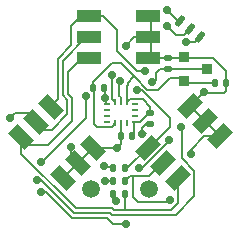
<source format=gbr>
%TF.GenerationSoftware,KiCad,Pcbnew,8.0.1*%
%TF.CreationDate,2024-07-23T23:42:04-04:00*%
%TF.ProjectId,PartyTorch-PCB,50617274-7954-46f7-9263-682d5043422e,rev?*%
%TF.SameCoordinates,Original*%
%TF.FileFunction,Copper,L1,Top*%
%TF.FilePolarity,Positive*%
%FSLAX46Y46*%
G04 Gerber Fmt 4.6, Leading zero omitted, Abs format (unit mm)*
G04 Created by KiCad (PCBNEW 8.0.1) date 2024-07-23 23:42:04*
%MOMM*%
%LPD*%
G01*
G04 APERTURE LIST*
G04 Aperture macros list*
%AMRoundRect*
0 Rectangle with rounded corners*
0 $1 Rounding radius*
0 $2 $3 $4 $5 $6 $7 $8 $9 X,Y pos of 4 corners*
0 Add a 4 corners polygon primitive as box body*
4,1,4,$2,$3,$4,$5,$6,$7,$8,$9,$2,$3,0*
0 Add four circle primitives for the rounded corners*
1,1,$1+$1,$2,$3*
1,1,$1+$1,$4,$5*
1,1,$1+$1,$6,$7*
1,1,$1+$1,$8,$9*
0 Add four rect primitives between the rounded corners*
20,1,$1+$1,$2,$3,$4,$5,0*
20,1,$1+$1,$4,$5,$6,$7,0*
20,1,$1+$1,$6,$7,$8,$9,0*
20,1,$1+$1,$8,$9,$2,$3,0*%
%AMRotRect*
0 Rectangle, with rotation*
0 The origin of the aperture is its center*
0 $1 length*
0 $2 width*
0 $3 Rotation angle, in degrees counterclockwise*
0 Add horizontal line*
21,1,$1,$2,0,0,$3*%
G04 Aperture macros list end*
%TA.AperFunction,SMDPad,CuDef*%
%ADD10RotRect,2.000000X1.100000X315.000000*%
%TD*%
%TA.AperFunction,SMDPad,CuDef*%
%ADD11RoundRect,0.135000X-0.135000X-0.185000X0.135000X-0.185000X0.135000X0.185000X-0.135000X0.185000X0*%
%TD*%
%TA.AperFunction,SMDPad,CuDef*%
%ADD12R,2.000000X1.100000*%
%TD*%
%TA.AperFunction,SMDPad,CuDef*%
%ADD13R,0.889000X0.812800*%
%TD*%
%TA.AperFunction,SMDPad,CuDef*%
%ADD14RoundRect,0.140000X0.140000X0.170000X-0.140000X0.170000X-0.140000X-0.170000X0.140000X-0.170000X0*%
%TD*%
%TA.AperFunction,SMDPad,CuDef*%
%ADD15R,0.475000X0.250000*%
%TD*%
%TA.AperFunction,SMDPad,CuDef*%
%ADD16R,0.250000X0.475000*%
%TD*%
%TA.AperFunction,SMDPad,CuDef*%
%ADD17RoundRect,0.140000X-0.170000X0.140000X-0.170000X-0.140000X0.170000X-0.140000X0.170000X0.140000X0*%
%TD*%
%TA.AperFunction,SMDPad,CuDef*%
%ADD18RoundRect,0.125000X-0.138852X-0.370095X0.333138X0.212765X0.138852X0.370095X-0.333138X-0.212765X0*%
%TD*%
%TA.AperFunction,SMDPad,CuDef*%
%ADD19RotRect,2.000000X1.100000X45.000000*%
%TD*%
%TA.AperFunction,SMDPad,CuDef*%
%ADD20RoundRect,0.140000X-0.140000X-0.170000X0.140000X-0.170000X0.140000X0.170000X-0.140000X0.170000X0*%
%TD*%
%TA.AperFunction,ComponentPad*%
%ADD21C,1.500000*%
%TD*%
%TA.AperFunction,ViaPad*%
%ADD22C,0.700000*%
%TD*%
%TA.AperFunction,Conductor*%
%ADD23C,0.200000*%
%TD*%
G04 APERTURE END LIST*
D10*
%TO.P,QLSP08RGB1,1,GND*%
%TO.N,GND*%
X120844975Y-114340560D03*
%TO.P,QLSP08RGB1,2,Blue*%
%TO.N,Blue*%
X117309441Y-110805026D03*
%TO.P,QLSP08RGB1,3,GND*%
%TO.N,GND*%
X122117767Y-113067768D03*
%TO.P,QLSP08RGB1,4,Green*%
%TO.N,Green*%
X118582233Y-109532234D03*
%TO.P,QLSP08RGB1,5,GND*%
%TO.N,GND*%
X123390560Y-111794975D03*
%TO.P,QLSP08RGB1,6,Red*%
%TO.N,Red*%
X119855026Y-108259441D03*
%TD*%
D11*
%TO.P,R4,1*%
%TO.N,Net-(U5-EMITTER)*%
X125090000Y-115690000D03*
%TO.P,R4,2*%
%TO.N,Blue*%
X126110000Y-115690000D03*
%TD*%
D12*
%TO.P,QLSP08RGB2,1,GND*%
%TO.N,GND*%
X128100000Y-104180000D03*
%TO.P,QLSP08RGB2,2,Blue*%
%TO.N,Blue*%
X123100000Y-104180000D03*
%TO.P,QLSP08RGB2,3,GND*%
%TO.N,GND*%
X128100000Y-102380000D03*
%TO.P,QLSP08RGB2,4,Green*%
%TO.N,Green*%
X123100000Y-102380000D03*
%TO.P,QLSP08RGB2,5,GND*%
%TO.N,GND*%
X128100000Y-100580000D03*
%TO.P,QLSP08RGB2,6,Red*%
%TO.N,Red*%
X123100000Y-100580000D03*
%TD*%
D11*
%TO.P,R2,1*%
%TO.N,Net-(U3-EMITTER)*%
X125080000Y-113490000D03*
%TO.P,R2,2*%
%TO.N,Red*%
X126100000Y-113490000D03*
%TD*%
D13*
%TO.P,U1,1,GND*%
%TO.N,GND*%
X131150001Y-104046502D03*
%TO.P,U1,2,VOUT*%
%TO.N,+3V3*%
X131150001Y-106096500D03*
%TO.P,U1,3,VIN*%
%TO.N,+5V*%
X133040000Y-105071501D03*
%TD*%
D14*
%TO.P,C3,1*%
%TO.N,+3V3*%
X126740000Y-110790000D03*
%TO.P,C3,2*%
%TO.N,GND*%
X125780000Y-110790000D03*
%TD*%
D15*
%TO.P,MT1,1,AP_SDO/AP_AD0*%
%TO.N,GND*%
X124607500Y-108030000D03*
%TO.P,MT1,2,RESV*%
%TO.N,unconnected-(MT1-RESV-Pad2)*%
X124607500Y-108530000D03*
%TO.P,MT1,3,RESV__1*%
%TO.N,unconnected-(MT1-RESV__1-Pad3)*%
X124607500Y-109030000D03*
%TO.P,MT1,4,INT1/INT*%
%TO.N,unconnected-(MT1-INT1{slash}INT-Pad4)*%
X124607500Y-109530000D03*
D16*
%TO.P,MT1,5,VDDIO*%
%TO.N,+3V3*%
X125270000Y-109692500D03*
%TO.P,MT1,6,GND*%
%TO.N,GND*%
X125770000Y-109692500D03*
%TO.P,MT1,7,FSYNC*%
%TO.N,unconnected-(MT1-FSYNC-Pad7)*%
X126270000Y-109692500D03*
D15*
%TO.P,MT1,8,VDD*%
%TO.N,+3V3*%
X126932500Y-109530000D03*
%TO.P,MT1,9,INT2*%
%TO.N,unconnected-(MT1-INT2-Pad9)*%
X126932500Y-109030000D03*
%TO.P,MT1,10,RESV__2*%
%TO.N,unconnected-(MT1-RESV__2-Pad10)*%
X126932500Y-108530000D03*
%TO.P,MT1,11,RESV__3*%
%TO.N,unconnected-(MT1-RESV__3-Pad11)*%
X126932500Y-108030000D03*
D16*
%TO.P,MT1,12,AP_CS*%
%TO.N,+3V3*%
X126270000Y-107867500D03*
%TO.P,MT1,13,AP_SCL/AP_SCLK*%
%TO.N,IMU_SCL*%
X125770000Y-107867500D03*
%TO.P,MT1,14,AP_SDA/AP_SDIO/AP_SDI*%
%TO.N,IMU_SDA*%
X125270000Y-107867500D03*
%TD*%
D17*
%TO.P,C6,1*%
%TO.N,GND*%
X129790000Y-104160000D03*
%TO.P,C6,2*%
%TO.N,+5V*%
X129790000Y-105120000D03*
%TD*%
D18*
%TO.P,U7,1,SCK*%
%TO.N,/microcontroller/ICSP_SCK*%
X132464860Y-102402252D03*
%TO.P,U7,2,MOSI*%
%TO.N,/microcontroller/ICSP_MOSI*%
X131610000Y-101710000D03*
%TO.P,U7,3,MISO*%
%TO.N,/microcontroller/ICSP_MISO*%
X130755138Y-101017746D03*
%TD*%
D19*
%TO.P,QLSP08RGB3,1,GND*%
%TO.N,GND*%
X134140560Y-110775026D03*
%TO.P,QLSP08RGB3,2,Blue*%
%TO.N,Blue*%
X130605026Y-114310560D03*
%TO.P,QLSP08RGB3,3,GND*%
%TO.N,GND*%
X132867768Y-109502234D03*
%TO.P,QLSP08RGB3,4,Green*%
%TO.N,Green*%
X129332234Y-113037768D03*
%TO.P,QLSP08RGB3,5,GND*%
%TO.N,GND*%
X131594975Y-108229441D03*
%TO.P,QLSP08RGB3,6,Red*%
%TO.N,Red*%
X128059441Y-111764975D03*
%TD*%
D20*
%TO.P,C7,1*%
%TO.N,+3V3*%
X133710000Y-106260000D03*
%TO.P,C7,2*%
%TO.N,GND*%
X134670000Y-106260000D03*
%TD*%
%TO.P,C5,1*%
%TO.N,+3V3*%
X123400000Y-106660000D03*
%TO.P,C5,2*%
%TO.N,GND*%
X124360000Y-106660000D03*
%TD*%
D11*
%TO.P,R3,1*%
%TO.N,Net-(U4-EMITTER)*%
X125090000Y-114590000D03*
%TO.P,R3,2*%
%TO.N,Green*%
X126110000Y-114590000D03*
%TD*%
D17*
%TO.P,C4,1*%
%TO.N,+3V3*%
X128270000Y-108780000D03*
%TO.P,C4,2*%
%TO.N,GND*%
X128270000Y-109740000D03*
%TD*%
D21*
%TO.P,Y1,1,1*%
%TO.N,/microcontroller/XTAL1*%
X128140000Y-115230000D03*
%TO.P,Y1,2,2*%
%TO.N,/microcontroller/XTAL2*%
X123260000Y-115230000D03*
%TD*%
D22*
%TO.N,GND*%
X131670000Y-112300000D03*
X121520000Y-111680000D03*
X125445025Y-111794975D03*
X127580000Y-110620000D03*
X124400000Y-107560000D03*
X132840000Y-107050000D03*
X126170000Y-103130000D03*
%TO.N,Net-(U3-EMITTER)*%
X124372380Y-113260000D03*
%TO.N,Net-(U4-EMITTER)*%
X124400000Y-114600000D03*
%TO.N,Net-(U5-EMITTER)*%
X127280000Y-113480000D03*
X125377598Y-116277598D03*
X129830000Y-111090000D03*
%TO.N,+5V*%
X128400000Y-106180000D03*
%TO.N,Red*%
X127809620Y-105290002D03*
X127147373Y-106880835D03*
%TO.N,IMU_SCL*%
X125714419Y-106123848D03*
%TO.N,IMU_SDA*%
X124990000Y-105560000D03*
%TO.N,Green*%
X116370000Y-109270000D03*
X119020000Y-115510000D03*
X126170000Y-118230000D03*
X129890000Y-116200000D03*
%TO.N,bluePin*%
X122829257Y-107370000D03*
X118660380Y-114509620D03*
X130900000Y-110010000D03*
X119050000Y-112935388D03*
%TO.N,/microcontroller/ICSP_MISO*%
X129680000Y-100050000D03*
%TO.N,/microcontroller/ICSP_MOSI*%
X129660000Y-101410000D03*
%TO.N,/microcontroller/ICSP_SCK*%
X131285548Y-102826645D03*
%TD*%
D23*
%TO.N,GND*%
X132890000Y-107100000D02*
X132840000Y-107050000D01*
X134290000Y-104870000D02*
X134670000Y-105250000D01*
X127659398Y-110540602D02*
X127859398Y-110540602D01*
X123390560Y-111794975D02*
X125445025Y-111794975D01*
X124400000Y-106700000D02*
X124360000Y-106660000D01*
X134670000Y-106940000D02*
X134510000Y-107100000D01*
X124400000Y-107822500D02*
X124607500Y-108030000D01*
X134290000Y-104870000D02*
X133610000Y-104190000D01*
X131660559Y-108229441D02*
X132840000Y-107050000D01*
X134670000Y-105250000D02*
X134670000Y-106260000D01*
X123390560Y-111794975D02*
X120844975Y-114340560D01*
X131670000Y-111920000D02*
X131670000Y-112300000D01*
X131594975Y-108229441D02*
X131660559Y-108229441D01*
X127580000Y-110620000D02*
X127580000Y-110100000D01*
X134670000Y-106260000D02*
X134670000Y-106940000D01*
X131594975Y-108229441D02*
X134140560Y-110775026D01*
X127580000Y-110100000D02*
X128020000Y-109660000D01*
X124400000Y-107560000D02*
X124400000Y-107822500D01*
X131594975Y-108229441D02*
X132030559Y-108229441D01*
X134140560Y-110775026D02*
X132814974Y-110775026D01*
X125780000Y-109702500D02*
X125770000Y-109692500D01*
X125790000Y-111450000D02*
X125790000Y-110810000D01*
X132814974Y-110775026D02*
X131670000Y-111920000D01*
X134140560Y-110775026D02*
X134140560Y-110849440D01*
X121520000Y-112470001D02*
X122117767Y-113067768D01*
X126920000Y-102380000D02*
X126170000Y-103130000D01*
X125540000Y-111700000D02*
X125790000Y-111450000D01*
X124400000Y-107560000D02*
X124400000Y-106700000D01*
X128290000Y-104190000D02*
X128290000Y-100590000D01*
X125780000Y-110790000D02*
X125780000Y-109702500D01*
X125445025Y-111794975D02*
X125540000Y-111700000D01*
X134510000Y-107100000D02*
X132890000Y-107100000D01*
X121520000Y-111680000D02*
X121520000Y-112470001D01*
X127580000Y-110620000D02*
X127659398Y-110540602D01*
X125770000Y-110790000D02*
X125790000Y-110810000D01*
X133610000Y-104190000D02*
X128290000Y-104190000D01*
X128100000Y-102380000D02*
X126920000Y-102380000D01*
%TO.N,Net-(U3-EMITTER)*%
X124372380Y-113260000D02*
X124532380Y-113420000D01*
X124532380Y-113420000D02*
X125050000Y-113420000D01*
%TO.N,Net-(U4-EMITTER)*%
X124400000Y-114600000D02*
X124410000Y-114590000D01*
X124410000Y-114590000D02*
X125090000Y-114590000D01*
%TO.N,Net-(U5-EMITTER)*%
X127546498Y-113480000D02*
X127280000Y-113480000D01*
X129830000Y-111196498D02*
X127546498Y-113480000D01*
X125090000Y-115990000D02*
X125090000Y-115690000D01*
X129830000Y-111090000D02*
X129830000Y-111196498D01*
X125377598Y-116277598D02*
X125090000Y-115990000D01*
%TO.N,+5V*%
X128609239Y-106180000D02*
X128760000Y-106029239D01*
X128760000Y-105440000D02*
X129090000Y-105110000D01*
X128760000Y-106029239D02*
X128760000Y-105440000D01*
X129090000Y-105110000D02*
X133040000Y-105110000D01*
X128400000Y-106180000D02*
X128609239Y-106180000D01*
%TO.N,+3V3*%
X131275002Y-106260000D02*
X130855002Y-105840000D01*
X128260000Y-108700000D02*
X128260000Y-108260000D01*
X126270000Y-106519263D02*
X126350000Y-106439263D01*
X125007500Y-109955000D02*
X123765000Y-109955000D01*
X126910000Y-109552500D02*
X126932500Y-109530000D01*
X126532500Y-107605000D02*
X126270000Y-107867500D01*
X129930000Y-105840000D02*
X128940000Y-106830000D01*
X126812889Y-105797111D02*
X126982889Y-105797111D01*
X126350000Y-106439263D02*
X126350000Y-106260000D01*
X123400000Y-106190000D02*
X123400000Y-106660000D01*
X126932500Y-109530000D02*
X127430000Y-109530000D01*
X123530000Y-109720000D02*
X123530000Y-106790000D01*
X126982889Y-105797111D02*
X125785777Y-104600000D01*
X130855002Y-105840000D02*
X129930000Y-105840000D01*
X125270000Y-109692500D02*
X125007500Y-109955000D01*
X126350000Y-106260000D02*
X126812889Y-105797111D01*
X128940000Y-106830000D02*
X128015778Y-106830000D01*
X127605000Y-107605000D02*
X126532500Y-107605000D01*
X133710000Y-106260000D02*
X131275002Y-106260000D01*
X128260000Y-108260000D02*
X127605000Y-107605000D01*
X128015778Y-106830000D02*
X126982889Y-105797111D01*
X127430000Y-109530000D02*
X128260000Y-108700000D01*
X123765000Y-109955000D02*
X123530000Y-109720000D01*
X126910000Y-110650000D02*
X126910000Y-109552500D01*
X124990000Y-104600000D02*
X123400000Y-106190000D01*
X128270000Y-108780000D02*
X128470402Y-108780000D01*
X126270000Y-107867500D02*
X126270000Y-107390000D01*
X126750000Y-110810000D02*
X126910000Y-110650000D01*
X125785777Y-104600000D02*
X124990000Y-104600000D01*
X123530000Y-106790000D02*
X123400000Y-106660000D01*
X126270000Y-107390000D02*
X126270000Y-106519263D01*
%TO.N,Red*%
X126404416Y-113420000D02*
X128059441Y-111764975D01*
X127130002Y-105290002D02*
X125410000Y-103570000D01*
X125410000Y-101760000D02*
X124240000Y-100590000D01*
X124240000Y-100590000D02*
X122410000Y-100590000D01*
X127809620Y-105290002D02*
X127130002Y-105290002D01*
X126070000Y-113420000D02*
X126404416Y-113420000D01*
X129890000Y-109269909D02*
X129890000Y-110010000D01*
X122410000Y-100590000D02*
X121580000Y-101420000D01*
X127166538Y-106900000D02*
X127520091Y-106900000D01*
X121580000Y-101420000D02*
X121580000Y-103084314D01*
X121580000Y-103084314D02*
X120460000Y-104204315D01*
X120460000Y-107654467D02*
X119855026Y-108259441D01*
X125410000Y-103570000D02*
X125410000Y-101760000D01*
X127520091Y-106900000D02*
X129890000Y-109269909D01*
X129890000Y-110010000D02*
X128135025Y-111764975D01*
X128135025Y-111764975D02*
X128059441Y-111764975D01*
X120460000Y-104204315D02*
X120460000Y-107654467D01*
X127147373Y-106880835D02*
X127166538Y-106900000D01*
%TO.N,IMU_SCL*%
X125630000Y-106208267D02*
X125630000Y-107330000D01*
X125714419Y-106123848D02*
X125630000Y-106208267D01*
X125630000Y-107330000D02*
X125770000Y-107470000D01*
X125770000Y-107470000D02*
X125770000Y-107867500D01*
%TO.N,IMU_SDA*%
X125050000Y-107647500D02*
X125270000Y-107867500D01*
X125050000Y-105620000D02*
X125050000Y-107647500D01*
X124990000Y-105560000D02*
X125050000Y-105620000D01*
%TO.N,Green*%
X122840000Y-102390000D02*
X120860000Y-104370000D01*
X119448629Y-115510000D02*
X119020000Y-115510000D01*
X127230000Y-116360000D02*
X126800000Y-115930000D01*
X121251042Y-107698958D02*
X121251042Y-108918958D01*
X121628629Y-117690000D02*
X119448629Y-115510000D01*
X117875126Y-108825127D02*
X116814873Y-108825127D01*
X118582233Y-109532234D02*
X117875126Y-108825127D01*
X125120000Y-118230000D02*
X124580000Y-117690000D01*
X128190002Y-114180000D02*
X129332234Y-113037768D01*
X126800000Y-115930000D02*
X126800000Y-114180000D01*
X116814873Y-108825127D02*
X116370000Y-109270000D01*
X123575777Y-102390000D02*
X122840000Y-102390000D01*
X126110000Y-114590000D02*
X126520000Y-114180000D01*
X120860000Y-107307916D02*
X121251042Y-107698958D01*
X126170000Y-118230000D02*
X125120000Y-118230000D01*
X129730000Y-116360000D02*
X127230000Y-116360000D01*
X129890000Y-116200000D02*
X129730000Y-116360000D01*
X120860000Y-104370000D02*
X120860000Y-107307916D01*
X121251042Y-108918958D02*
X119930659Y-110239341D01*
X119930659Y-110239341D02*
X119289340Y-110239341D01*
X119289340Y-110239341D02*
X118582233Y-109532234D01*
X126800000Y-114180000D02*
X128190002Y-114180000D01*
X126520000Y-114180000D02*
X126800000Y-114180000D01*
X124580000Y-117690000D02*
X121628629Y-117690000D01*
%TO.N,Blue*%
X130605026Y-116444974D02*
X130010000Y-117040000D01*
X125030762Y-116890000D02*
X121960000Y-116890000D01*
X130010000Y-117040000D02*
X126110000Y-117040000D01*
X126110000Y-117040000D02*
X125180762Y-117040000D01*
X122490000Y-104190000D02*
X123290000Y-104190000D01*
X121310000Y-105370000D02*
X122490000Y-104190000D01*
X121651042Y-107533272D02*
X121310000Y-107192230D01*
X117309441Y-110805026D02*
X118016548Y-111512133D01*
X121310000Y-107192230D02*
X121310000Y-105370000D01*
X121651042Y-109488958D02*
X121651042Y-107533272D01*
X121960000Y-116890000D02*
X117309441Y-112239441D01*
X118016548Y-111512133D02*
X119627867Y-111512133D01*
X119627867Y-111512133D02*
X121651042Y-109488958D01*
X125180762Y-117040000D02*
X125030762Y-116890000D01*
X130605026Y-114310560D02*
X130605026Y-116444974D01*
X126110000Y-115690000D02*
X126110000Y-117040000D01*
X117309441Y-112239441D02*
X117309441Y-110805026D01*
%TO.N,bluePin*%
X119013934Y-114509620D02*
X121794314Y-117290000D01*
X122829257Y-107370000D02*
X122829257Y-109241518D01*
X118660380Y-114509620D02*
X119013934Y-114509620D01*
X124865076Y-117290000D02*
X125015077Y-117440000D01*
X119135387Y-112935388D02*
X119050000Y-112935388D01*
X122829257Y-109241518D02*
X119135387Y-112935388D01*
X130420250Y-117440000D02*
X132001042Y-115859208D01*
X125015077Y-117440000D02*
X130420250Y-117440000D01*
X130910000Y-110020000D02*
X130900000Y-110010000D01*
X132001042Y-115859208D02*
X132001042Y-113741042D01*
X132001042Y-113741042D02*
X130910000Y-112650000D01*
X121794314Y-117290000D02*
X124865076Y-117290000D01*
X130910000Y-112650000D02*
X130910000Y-110020000D01*
%TO.N,/microcontroller/ICSP_MISO*%
X129680000Y-100050000D02*
X129697393Y-100050000D01*
X129697393Y-100050000D02*
X130555139Y-100907746D01*
%TO.N,/microcontroller/ICSP_MOSI*%
X129660000Y-101410000D02*
X130460000Y-102210000D01*
X130460000Y-102210000D02*
X131080000Y-102210000D01*
X131080000Y-102210000D02*
X131557746Y-101732254D01*
X131557746Y-101732254D02*
X131614862Y-101732254D01*
%TO.N,/microcontroller/ICSP_SCK*%
X132067583Y-102826645D02*
X132264860Y-102629368D01*
X131285548Y-102826645D02*
X132067583Y-102826645D01*
%TD*%
M02*

</source>
